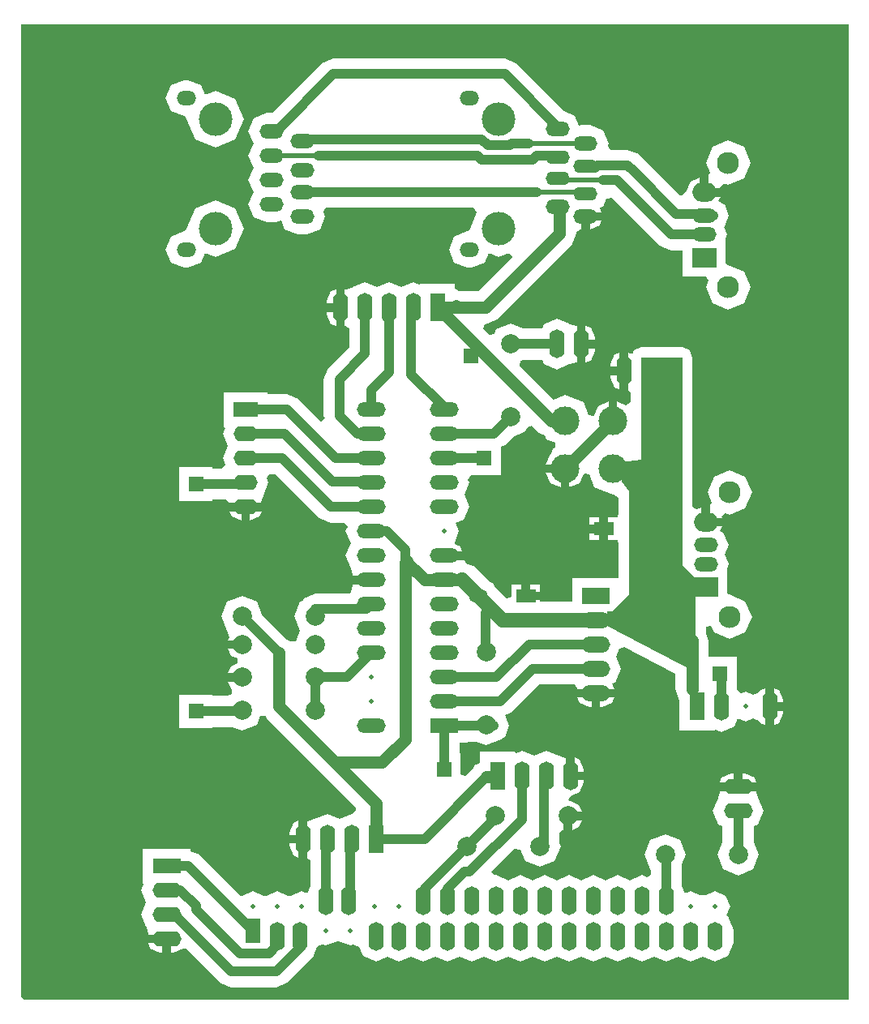
<source format=gbl>
G04 Layer_Physical_Order=2*
G04 Layer_Color=16711680*
%FSLAX44Y44*%
%MOMM*%
G71*
G01*
G75*
%ADD10C,1.0160*%
%ADD11C,0.5080*%
%ADD12C,1.2700*%
%ADD13C,1.5240*%
%ADD14C,0.5000*%
%ADD15O,2.0000X1.3500*%
%ADD16R,2.0000X1.3500*%
%ADD17R,1.6000X3.0000*%
%ADD18O,1.6000X3.0000*%
%ADD19R,1.5000X1.5000*%
%ADD20C,0.5080*%
%ADD21R,3.0000X1.5000*%
%ADD22O,3.0000X1.5000*%
%ADD23C,0.5000*%
%ADD24C,3.0000*%
%ADD25O,3.0000X1.6000*%
%ADD26C,2.0000*%
%ADD27O,1.6000X3.0000*%
%ADD28O,2.5000X1.5240*%
%ADD29O,2.5000X1.4000*%
%ADD30C,3.5000*%
%ADD31O,2.0000X1.5000*%
%ADD32R,3.0000X1.7000*%
%ADD33O,3.0000X1.7000*%
%ADD34R,1.6000X2.5428*%
%ADD35R,3.0000X1.6000*%
%ADD36O,3.0000X1.6000*%
%ADD37O,2.5000X1.5000*%
%ADD38R,2.5000X2.0000*%
%ADD39O,2.5000X2.0000*%
%ADD40C,2.3000*%
%ADD41R,2.5000X1.6000*%
%ADD42O,2.5000X1.6000*%
G36*
X1350010Y255270D02*
X488732D01*
X485140Y258862D01*
X485238Y1273810D01*
X1350010D01*
Y255270D01*
D02*
G37*
%LPC*%
G36*
X775335Y418465D02*
X765622D01*
Y415910D01*
X769769Y405899D01*
X775335Y403593D01*
Y418465D01*
D02*
G37*
G36*
X1105208Y570865D02*
X1090295D01*
Y560611D01*
X1092350D01*
X1102744Y564916D01*
X1105208Y570865D01*
D02*
G37*
G36*
X1271905Y580657D02*
Y565785D01*
X1281618D01*
Y568340D01*
X1277471Y578351D01*
X1271905Y580657D01*
D02*
G37*
G36*
X715645Y765175D02*
X703273D01*
X705579Y759609D01*
X715590Y755462D01*
X715645D01*
Y765175D01*
D02*
G37*
G36*
X633095Y314325D02*
X618223D01*
X620529Y308759D01*
X630540Y304613D01*
X633095D01*
Y314325D01*
D02*
G37*
G36*
X1253756Y473075D02*
X1215124D01*
X1215554Y472036D01*
X1213663Y465897D01*
X1213295Y465006D01*
X1207957Y452120D01*
X1213663Y438343D01*
X1218118Y436498D01*
Y419257D01*
X1212792Y406400D01*
X1219133Y391093D01*
X1234440Y384752D01*
X1249747Y391093D01*
X1256088Y406400D01*
X1250762Y419257D01*
Y436498D01*
X1255217Y438343D01*
X1260923Y452120D01*
X1255715Y464694D01*
X1255585Y465006D01*
X1255585Y465006D01*
X1255217Y465897D01*
X1253373Y472150D01*
X1253756Y473075D01*
D02*
G37*
G36*
X1229995Y491678D02*
X1227440D01*
X1217429Y487531D01*
X1215124Y481965D01*
X1229995D01*
Y491678D01*
D02*
G37*
G36*
X1071121Y442595D02*
X1061085D01*
Y432559D01*
X1068182Y435498D01*
X1071121Y442595D01*
D02*
G37*
G36*
X775335Y442226D02*
X769769Y439921D01*
X765622Y429910D01*
Y427355D01*
X775335D01*
Y442226D01*
D02*
G37*
G36*
X1241440Y491678D02*
X1238885D01*
Y481965D01*
X1253756D01*
X1251451Y487531D01*
X1241440Y491678D01*
D02*
G37*
G36*
X1081405Y570865D02*
X1066492D01*
X1068956Y564916D01*
X1079350Y560611D01*
X1081405D01*
Y570865D01*
D02*
G37*
G36*
X1281618Y556895D02*
X1271905D01*
Y542024D01*
X1277471Y544329D01*
X1281618Y554340D01*
Y556895D01*
D02*
G37*
G36*
X1063625Y508266D02*
Y493395D01*
X1073338D01*
Y495950D01*
X1069191Y505961D01*
X1063625Y508266D01*
D02*
G37*
G36*
X814705Y997216D02*
X809139Y994911D01*
X804992Y984900D01*
Y982345D01*
X814705D01*
Y997216D01*
D02*
G37*
G36*
X990600Y1238063D02*
X811530D01*
X799988Y1233282D01*
X747828Y1181122D01*
X741960D01*
X728474Y1175536D01*
X722888Y1162050D01*
X728149Y1149350D01*
X722888Y1136650D01*
X728149Y1123950D01*
X722888Y1111250D01*
X728149Y1098550D01*
X722888Y1085850D01*
X728474Y1072364D01*
X741960Y1066778D01*
X751720D01*
X757018Y1068973D01*
X760874Y1059664D01*
X774360Y1054078D01*
X784120D01*
X797606Y1059664D01*
X803192Y1073150D01*
X801181Y1078004D01*
X804004Y1082227D01*
X958006D01*
X961401Y1077148D01*
X954484Y1060450D01*
X952541Y1057542D01*
X951250D01*
X937856Y1051994D01*
X932308Y1038600D01*
X937856Y1025206D01*
X951250Y1019658D01*
X956250D01*
X969644Y1025206D01*
X973720Y1035046D01*
X984250Y1030684D01*
X995521Y1035353D01*
X998399Y1031046D01*
X962950Y995597D01*
X942613D01*
X939800Y996762D01*
X938750Y997464D01*
Y1002900D01*
X902750D01*
Y1002900D01*
X901288Y1001923D01*
X895350Y1004383D01*
X882650Y999123D01*
X869950Y1004383D01*
X857250Y999123D01*
X844550Y1004383D01*
X831664Y999045D01*
X830773Y998677D01*
X824634Y996786D01*
X823595Y997216D01*
Y977900D01*
Y958584D01*
X824004Y958753D01*
X828227Y955930D01*
Y936401D01*
X806338Y914512D01*
X801557Y902970D01*
Y864870D01*
X802738Y862019D01*
X798432Y859142D01*
X774812Y882762D01*
X763270Y887542D01*
X742590D01*
Y889220D01*
X697590D01*
Y853220D01*
X697590D01*
X698567Y851758D01*
X696107Y845820D01*
X701367Y833120D01*
X696107Y820420D01*
X698643Y814296D01*
X695821Y810072D01*
X685520D01*
Y811250D01*
X650520D01*
Y776250D01*
X685520D01*
Y777428D01*
X700094D01*
X702341Y774065D01*
X720090D01*
X736907D01*
X736476Y775104D01*
X738367Y781243D01*
X738736Y782134D01*
X744073Y795020D01*
X742063Y799874D01*
X744885Y804098D01*
X751429D01*
X797448Y758078D01*
X808990Y753298D01*
X823646D01*
X826469Y749074D01*
X824458Y744220D01*
X829719Y731520D01*
X824458Y718820D01*
X830006Y705426D01*
X832117Y699053D01*
X831625Y697865D01*
X850900D01*
Y688975D01*
X831625D01*
X832117Y687787D01*
X830006Y681414D01*
X829115Y679262D01*
X792480D01*
X780938Y674482D01*
X779791Y671712D01*
X777173Y670627D01*
X770832Y655320D01*
X776882Y640715D01*
X772363Y629805D01*
X766898Y629734D01*
X766843Y629755D01*
X763575Y631108D01*
X736913Y657771D01*
X731587Y670627D01*
X716280Y676968D01*
X700973Y670627D01*
X694632Y655320D01*
X700973Y640013D01*
X703077Y633642D01*
X701799Y630555D01*
X716280D01*
Y621665D01*
X701799D01*
X704738Y614568D01*
X711628Y611714D01*
Y606216D01*
X704738Y603362D01*
X701799Y596265D01*
X716280D01*
Y587375D01*
X701799D01*
X704738Y580278D01*
X705705Y579878D01*
Y574798D01*
X700973Y572837D01*
X700867Y572583D01*
X685520D01*
Y573760D01*
X650520D01*
Y538760D01*
X685520D01*
Y539938D01*
X706489D01*
X716280Y535882D01*
X731587Y542223D01*
X735345Y551295D01*
X740844D01*
X741866Y548826D01*
X800286Y490406D01*
X800286Y490406D01*
X835055Y455638D01*
X834845Y453125D01*
X830580Y449393D01*
X817880Y444133D01*
X805180Y449393D01*
X792294Y444055D01*
X791403Y443687D01*
X785264Y441796D01*
X784225Y442226D01*
Y422910D01*
Y402661D01*
X787588Y400414D01*
Y373340D01*
X784513Y365918D01*
X778510Y368405D01*
X767412Y363808D01*
X764208Y363808D01*
X753110Y368405D01*
X742012Y363808D01*
X738808Y363808D01*
X727710Y368405D01*
X716612Y363808D01*
X714680Y363424D01*
X671591Y406512D01*
X662540Y410261D01*
Y412970D01*
X612540D01*
Y376970D01*
X612540D01*
X613517Y375508D01*
X611057Y369570D01*
X616317Y356870D01*
X611057Y344170D01*
X616265Y331596D01*
X616394Y331284D01*
X616394Y331284D01*
X616763Y330393D01*
X618607Y324141D01*
X618223Y323215D01*
X637540D01*
Y318770D01*
X641985D01*
Y304613D01*
X644540D01*
X654551Y308759D01*
X657000Y309246D01*
X693308Y272938D01*
X704850Y268158D01*
X751840D01*
X763382Y272938D01*
X790052Y299608D01*
X794382Y310063D01*
X796838Y312002D01*
X800686Y312951D01*
X803910Y311615D01*
X813050Y315401D01*
X816610Y315960D01*
X820170Y315401D01*
X829310Y311615D01*
X832534Y312951D01*
X838964Y310116D01*
X842933Y300533D01*
X856710Y294827D01*
X868410Y299673D01*
X880110Y294827D01*
X892810Y300087D01*
X905510Y294827D01*
X918210Y300087D01*
X930910Y294827D01*
X943610Y300087D01*
X956310Y294827D01*
X969010Y300087D01*
X981710Y294827D01*
X994410Y300087D01*
X1007110Y294827D01*
X1019810Y300087D01*
X1032510Y294827D01*
X1045210Y300087D01*
X1057910Y294827D01*
X1070610Y300087D01*
X1083310Y294827D01*
X1096010Y300087D01*
X1108710Y294827D01*
X1121410Y300087D01*
X1134110Y294827D01*
X1146810Y300087D01*
X1159510Y294827D01*
X1172210Y300087D01*
X1184910Y294827D01*
X1197610Y300087D01*
X1210310Y294827D01*
X1224087Y300533D01*
X1229793Y314310D01*
Y328310D01*
X1224087Y342087D01*
X1221968Y342964D01*
X1226005Y352710D01*
X1221408Y363808D01*
X1210310Y368405D01*
X1201170Y364619D01*
X1197610Y364059D01*
X1194050Y364619D01*
X1184910Y368405D01*
X1178907Y365918D01*
X1175833Y373340D01*
Y396609D01*
X1179888Y406400D01*
X1173547Y421707D01*
X1158240Y428048D01*
X1142933Y421707D01*
X1136592Y406400D01*
X1142933Y391093D01*
X1143187Y390987D01*
Y386005D01*
X1138964Y383183D01*
X1134110Y385193D01*
X1121410Y379933D01*
X1108710Y385193D01*
X1096010Y379933D01*
X1083310Y385193D01*
X1070610Y379933D01*
X1057910Y385193D01*
X1045210Y379933D01*
X1032510Y385193D01*
X1019810Y379933D01*
X1007110Y385193D01*
X994410Y379933D01*
X981710Y385193D01*
X979833Y384416D01*
X976956Y388722D01*
X1001233Y412999D01*
X1007225Y411807D01*
X1012123Y399983D01*
X1027430Y393642D01*
X1042737Y399983D01*
X1049078Y415290D01*
X1047531Y419024D01*
X1047562Y419100D01*
Y429906D01*
X1051786Y432728D01*
X1052195Y432559D01*
Y447040D01*
X1056640D01*
Y451485D01*
X1071121D01*
X1068182Y458582D01*
X1061317Y461425D01*
X1057276Y463099D01*
X1059200Y467801D01*
X1063034Y469389D01*
X1063035Y469389D01*
X1063231Y469470D01*
X1069191Y471939D01*
X1073338Y481950D01*
Y484505D01*
X1059180D01*
Y488950D01*
X1054735D01*
Y508266D01*
X1053696Y507836D01*
X1047557Y509727D01*
X1046666Y510095D01*
X1033780Y515433D01*
X1021080Y510173D01*
X1008380Y515433D01*
X1002442Y512973D01*
X1000980Y513950D01*
Y513950D01*
X964980D01*
Y502656D01*
X959036Y500194D01*
X957662Y496875D01*
X949293Y488507D01*
X944600Y490451D01*
Y512800D01*
X943422D01*
Y523520D01*
X952100D01*
Y524697D01*
X961759D01*
X971550Y520642D01*
X986857Y526983D01*
X987307Y528068D01*
X990712Y529478D01*
X995492Y541020D01*
X990823Y552294D01*
X997062Y554878D01*
X1026571Y584388D01*
X1063839D01*
X1066661Y580164D01*
X1066492Y579755D01*
X1085850D01*
X1105208D01*
X1102996Y585095D01*
X1106509Y586551D01*
X1112374Y600710D01*
X1107114Y613410D01*
X1110598Y621823D01*
X1115371Y623562D01*
X1168483Y595966D01*
Y579120D01*
X1173260Y567587D01*
Y536340D01*
X1209260D01*
Y536340D01*
X1210722Y537317D01*
X1216660Y534857D01*
X1230437Y540563D01*
X1233935Y549011D01*
X1242060Y545645D01*
X1250037Y548949D01*
X1256404Y546851D01*
X1257449Y544329D01*
X1263015Y542024D01*
Y561340D01*
Y580657D01*
X1257449Y578351D01*
X1256404Y575829D01*
X1250037Y573731D01*
X1242060Y577035D01*
X1237767Y575256D01*
X1232982Y578773D01*
Y594360D01*
X1232890Y594583D01*
Y613130D01*
X1203877D01*
Y629920D01*
X1200984Y636904D01*
Y644709D01*
X1206064Y645720D01*
X1209095Y638404D01*
X1225550Y631588D01*
X1242005Y638404D01*
X1248821Y654860D01*
X1242005Y671315D01*
X1225550Y678131D01*
X1223050Y679802D01*
Y705860D01*
X1223050Y705860D01*
X1224492Y709860D01*
X1224250Y710443D01*
X1220350Y719860D01*
X1224492Y729860D01*
X1218944Y743254D01*
X1215560Y744656D01*
X1217531Y749415D01*
X1200550D01*
Y753860D01*
X1196105D01*
Y769377D01*
X1191068Y767290D01*
X1186844Y770113D01*
X1186844Y925830D01*
X1183674Y933484D01*
X1176020Y936654D01*
X1132840D01*
X1125186Y933484D01*
X1123539Y929506D01*
X1119505Y931177D01*
Y911860D01*
Y890690D01*
X1122016Y889012D01*
Y878778D01*
X1116936Y876013D01*
X1108075Y879683D01*
Y859790D01*
X1099185D01*
Y879683D01*
X1088261Y875158D01*
X1084224Y865412D01*
X1083311Y864499D01*
X1078329Y865490D01*
X1072764Y878924D01*
X1053630Y886850D01*
X1041749Y881928D01*
X1006246Y917431D01*
X1007238Y922413D01*
X1009807Y923477D01*
X1029588D01*
X1031433Y919023D01*
X1045210Y913317D01*
X1058096Y918654D01*
X1058987Y919023D01*
X1065126Y920914D01*
X1066165Y920483D01*
Y939800D01*
Y959117D01*
X1065126Y958686D01*
X1058987Y960577D01*
X1058096Y960946D01*
X1045210Y966283D01*
X1031433Y960577D01*
X1029588Y956123D01*
X1009807D01*
X996950Y961448D01*
X981643Y955107D01*
X979563Y950088D01*
X974581Y949097D01*
X968168Y955510D01*
X970112Y960203D01*
X970280D01*
X982794Y965386D01*
X1060264Y1042856D01*
X1061782Y1046521D01*
X1065447Y1055370D01*
Y1056829D01*
X1069671Y1059652D01*
X1070270Y1059404D01*
X1070705D01*
Y1073150D01*
X1075150D01*
Y1077595D01*
X1091935D01*
X1090087Y1082058D01*
X1093661Y1083539D01*
X1096989Y1091572D01*
X1102940Y1092666D01*
X1153048Y1042558D01*
X1153048Y1042558D01*
X1156429Y1041158D01*
X1164590Y1037777D01*
X1164590Y1037777D01*
X1176380D01*
Y1010100D01*
X1200593D01*
X1203416Y1005876D01*
X1200609Y999100D01*
X1207425Y982645D01*
X1223880Y975828D01*
X1240336Y982645D01*
X1247152Y999100D01*
X1240336Y1015555D01*
X1223880Y1022371D01*
X1221380Y1024042D01*
Y1050100D01*
X1221380Y1050100D01*
X1222822Y1054100D01*
X1222580Y1054683D01*
X1219456Y1062225D01*
X1220262Y1062558D01*
X1225042Y1074100D01*
X1220262Y1085642D01*
X1217581Y1086752D01*
X1217274Y1087494D01*
X1213890Y1088896D01*
X1215861Y1093655D01*
X1198880D01*
Y1098100D01*
X1194435D01*
Y1113617D01*
X1184838Y1109642D01*
X1180058Y1098100D01*
X1175894Y1094876D01*
X1173754Y1094689D01*
X1134222Y1134222D01*
X1130492Y1137952D01*
X1118950Y1142732D01*
X1100933D01*
X1098110Y1146956D01*
X1099102Y1149350D01*
X1093516Y1162836D01*
X1080030Y1168422D01*
X1070270D01*
X1068416Y1167654D01*
X1064116Y1178036D01*
X1052630Y1182793D01*
X1002142Y1233282D01*
X990600Y1238063D01*
D02*
G37*
G36*
X814705Y973455D02*
X804992D01*
Y970900D01*
X809139Y960889D01*
X814705Y958584D01*
Y973455D01*
D02*
G37*
G36*
X688340Y1090216D02*
X667292Y1081498D01*
X658574Y1060450D01*
X656631Y1057542D01*
X655340D01*
X641946Y1051994D01*
X636398Y1038600D01*
X641946Y1025206D01*
X655340Y1019658D01*
X660340D01*
X673734Y1025206D01*
X677810Y1035046D01*
X688340Y1030684D01*
X709388Y1039402D01*
X718106Y1060450D01*
X709388Y1081498D01*
X688340Y1090216D01*
D02*
G37*
G36*
X660340Y1215542D02*
X655340D01*
X641946Y1209994D01*
X636398Y1196600D01*
X641946Y1183206D01*
X655340Y1177658D01*
X656631D01*
X658574Y1174750D01*
X667292Y1153702D01*
X688340Y1144984D01*
X709388Y1153702D01*
X718106Y1174750D01*
X709388Y1195798D01*
X688340Y1204516D01*
X677810Y1200154D01*
X673734Y1209994D01*
X660340Y1215542D01*
D02*
G37*
G36*
X1223880Y1152372D02*
X1207425Y1145555D01*
X1200609Y1129100D01*
X1205039Y1118406D01*
X1203325Y1116540D01*
Y1102545D01*
X1215861D01*
X1215308Y1103881D01*
X1219196Y1107769D01*
X1223880Y1105829D01*
X1240336Y1112645D01*
X1247152Y1129100D01*
X1240336Y1145555D01*
X1223880Y1152372D01*
D02*
G37*
G36*
X1091935Y1068705D02*
X1079595D01*
Y1059404D01*
X1080030D01*
X1089750Y1063430D01*
X1091935Y1068705D01*
D02*
G37*
G36*
X1075055Y959117D02*
Y944245D01*
X1084768D01*
Y946800D01*
X1080621Y956811D01*
X1075055Y959117D01*
D02*
G37*
G36*
X1110615Y907415D02*
X1100902D01*
Y904860D01*
X1105049Y894849D01*
X1110615Y892543D01*
Y907415D01*
D02*
G37*
G36*
X1225550Y808131D02*
X1209095Y801315D01*
X1202279Y784860D01*
X1206708Y774165D01*
X1204995Y772300D01*
Y758305D01*
X1217531D01*
X1216978Y759641D01*
X1220866Y763529D01*
X1225550Y761589D01*
X1242005Y768405D01*
X1248821Y784860D01*
X1242005Y801315D01*
X1225550Y808131D01*
D02*
G37*
G36*
X736907Y765175D02*
X724535D01*
Y755462D01*
X724590D01*
X734601Y759609D01*
X736907Y765175D01*
D02*
G37*
G36*
X1110615Y931177D02*
X1105049Y928871D01*
X1100902Y918860D01*
Y916305D01*
X1110615D01*
Y931177D01*
D02*
G37*
G36*
X1084768Y935355D02*
X1075055D01*
Y920483D01*
X1080621Y922789D01*
X1084768Y932800D01*
Y935355D01*
D02*
G37*
%LPD*%
G36*
X1176020Y708950D02*
X1185690Y699280D01*
X1190161Y694809D01*
Y626110D01*
Y596900D01*
X1097280Y645160D01*
Y660400D01*
X1102360D01*
X1120140Y678180D01*
Y786130D01*
X1112520Y796290D01*
Y816610D01*
X1132840Y819150D01*
X1132840Y925830D01*
X1176020D01*
X1176020Y708950D01*
D02*
G37*
G36*
X1026346Y847276D02*
X1032873Y844573D01*
X1034496Y840656D01*
X1043494Y836929D01*
Y831849D01*
X1041116Y830864D01*
X1038855Y825404D01*
X1038261Y825158D01*
X1033737Y814235D01*
X1053630D01*
Y809790D01*
X1058075D01*
Y789897D01*
X1068998Y794421D01*
X1073036Y804168D01*
X1073949Y805081D01*
X1078931Y804090D01*
X1084496Y790656D01*
X1103630Y782730D01*
X1104466Y783076D01*
X1109316Y779587D01*
Y763518D01*
X1108950Y758590D01*
X1104236Y758590D01*
X1098315D01*
Y746760D01*
Y734930D01*
X1104236D01*
X1108950Y734930D01*
X1109316Y730002D01*
Y695410D01*
X1060850D01*
Y670582D01*
X1027740D01*
Y672465D01*
X1012660D01*
Y676910D01*
X1008215D01*
Y688740D01*
X997580D01*
Y676146D01*
X992500Y674042D01*
X980086Y686455D01*
X978730Y689730D01*
X975455Y691086D01*
X959636Y706906D01*
X950370Y710744D01*
X948774Y714375D01*
X927100D01*
Y723265D01*
X946375D01*
X944228Y728448D01*
X938198Y730946D01*
X938198Y733122D01*
X942795Y744220D01*
X939311Y752630D01*
X947994Y756226D01*
X953542Y769620D01*
X948281Y782320D01*
X953542Y795020D01*
X952374Y797840D01*
X955768Y802920D01*
X986510D01*
Y832538D01*
X990712Y834278D01*
X999401Y842967D01*
X1012257Y848293D01*
X1014337Y853312D01*
X1019319Y854304D01*
X1026346Y847276D01*
D02*
G37*
%LPC*%
G36*
X1089425Y758590D02*
X1078790D01*
Y751205D01*
X1089425D01*
Y758590D01*
D02*
G37*
G36*
X1049185Y805345D02*
X1033737D01*
X1038261Y794421D01*
X1049185Y789897D01*
Y805345D01*
D02*
G37*
G36*
X1027740Y688740D02*
X1017105D01*
Y681355D01*
X1027740D01*
Y688740D01*
D02*
G37*
G36*
X1089425Y742315D02*
X1078790D01*
Y734930D01*
X1089425D01*
Y742315D01*
D02*
G37*
%LPD*%
D10*
X751840Y284480D02*
X778510Y311150D01*
X704850Y284480D02*
X751840D01*
X645160Y344170D02*
X704850Y284480D01*
X713740Y303530D02*
X744220D01*
X668020Y349250D02*
X713740Y303530D01*
X668020Y349250D02*
Y353060D01*
X651510Y369570D02*
X668020Y353060D01*
X637540Y369570D02*
X651510D01*
X1031240Y486410D02*
X1033780Y488950D01*
X1031240Y419100D02*
Y486410D01*
X1027430Y415290D02*
X1031240Y419100D01*
X948690Y388620D02*
X953770D01*
X930910Y370840D02*
X948690Y388620D01*
X953770D02*
X1008380Y443230D01*
X930910Y352710D02*
Y370840D01*
X1008380Y443230D02*
Y488950D01*
X1122680Y1122680D02*
X1169670Y1075690D01*
X1121410Y1123950D02*
X1122680Y1122680D01*
X1118950Y1126410D02*
X1121410Y1123950D01*
X1087190Y1126410D02*
X1118950D01*
X1073150Y1123950D02*
X1084731D01*
X1087190Y1126410D01*
X1093470Y1111250D02*
X1107440D01*
X777240Y1098550D02*
X1023620D01*
X1024380Y1136650D02*
X1047750D01*
X1019740Y1132010D02*
X1024380Y1136650D01*
X966546Y1132010D02*
X1019740D01*
X961907Y1136650D02*
X966546Y1132010D01*
X796290Y1136650D02*
X961907D01*
X966836Y1153160D02*
X972826Y1147170D01*
X781050Y1153160D02*
X966836D01*
X777240Y1149350D02*
X781050Y1153160D01*
X997854Y1149350D02*
X1015640D01*
X995674Y1147170D02*
X997854Y1149350D01*
X972826Y1147170D02*
X995674D01*
X792480Y662940D02*
X845820D01*
X927100Y541020D02*
X979170D01*
X1164590Y1054100D02*
X1198880D01*
X1107440Y1111250D02*
X1164590Y1054100D01*
X744220Y303530D02*
X753110Y312420D01*
X970280Y619760D02*
Y659130D01*
X906780Y422910D02*
X971550Y487680D01*
X855980Y422910D02*
X906780D01*
X850900Y744220D02*
X867410D01*
X886460Y711200D02*
Y725170D01*
X867410Y744220D02*
X886460Y725170D01*
X845820Y662940D02*
X850900Y668020D01*
X792480Y655320D02*
Y662940D01*
X825500Y591820D02*
X850900Y617220D01*
X792480Y591820D02*
X825500D01*
X716280Y655320D02*
X754380Y617220D01*
X715010Y556260D02*
X716280Y557530D01*
X668020Y556260D02*
X715010D01*
X668020Y793750D02*
X718820D01*
X720090Y795020D01*
X951230Y415290D02*
X980440Y444500D01*
Y447040D01*
X906780Y370840D02*
X951230Y415290D01*
X905510Y352710D02*
Y368300D01*
X1215390Y595630D02*
X1216660Y594360D01*
Y561340D02*
Y594360D01*
X939800Y977900D02*
Y980440D01*
X927100Y495300D02*
Y541020D01*
X1019810Y600710D02*
X1085850D01*
X985520Y566420D02*
X1019810Y600710D01*
X927100Y566420D02*
X985520D01*
X1016000Y626110D02*
X1085850D01*
X981710Y591820D02*
X1016000Y626110D01*
X927100Y591820D02*
X981710D01*
X1234440Y406400D02*
Y452120D01*
X1159510Y352710D02*
Y405130D01*
X1158240Y406400D02*
X1159510Y405130D01*
X803910Y352710D02*
Y410130D01*
X829310Y352710D02*
Y410130D01*
X828040Y411400D02*
X829310Y410130D01*
X792480Y557530D02*
Y591820D01*
Y626110D02*
X793750Y624840D01*
X751840Y1162050D02*
X811530Y1221740D01*
X990600D01*
X1047750Y1164590D01*
Y1162050D02*
Y1164590D01*
X927100Y845820D02*
X979170D01*
X996950Y863600D01*
Y939800D02*
X1045210D01*
X817880Y864870D02*
X836930Y845820D01*
X850900D01*
Y871220D02*
Y891540D01*
X892810Y908050D02*
Y967740D01*
Y908050D02*
X927100Y873760D01*
Y871220D02*
Y873760D01*
X637540Y394970D02*
X660050D01*
X727710Y327310D01*
X753110Y312420D02*
Y327310D01*
X637540Y344170D02*
X645160D01*
X778510Y311150D02*
Y327310D01*
X1198880Y1074100D02*
X1208720D01*
X1169670Y1075690D02*
X1197290D01*
X1198880Y1074100D01*
X817880Y864870D02*
Y902970D01*
X844550Y929640D01*
X850900Y891540D02*
X869950Y910590D01*
Y965200D01*
X867410Y967740D02*
X869950Y965200D01*
X844550Y929640D02*
Y977900D01*
X720090Y871220D02*
X763270D01*
X814070Y820420D01*
X850900D01*
X849630Y796290D02*
X850900Y795020D01*
X720090Y820420D02*
X758190D01*
X808990Y769620D01*
X850900D01*
X720090Y845820D02*
X760730D01*
X810260Y796290D01*
X849630D01*
X1215390Y562610D02*
X1216660Y561340D01*
X927100Y820420D02*
X969010D01*
D11*
X1047750Y1111250D02*
X1093470D01*
X1023620Y1098550D02*
X1073150D01*
X751840Y1136650D02*
X796290D01*
X1015640Y1149350D02*
X1073150D01*
D12*
X920750Y977900D02*
X1038860Y859790D01*
X1053630Y809790D02*
X1103630Y859790D01*
X1053630Y809790D02*
Y818350D01*
X971550Y487680D02*
X980440D01*
X887730Y712470D02*
X906780Y693420D01*
X887730Y712470D02*
X888365Y713105D01*
X886460Y711200D02*
X887730Y712470D01*
X754380Y561340D02*
Y617220D01*
Y561340D02*
X812800Y502920D01*
X844550Y744220D02*
X850900D01*
X906780Y693420D02*
X927100D01*
X812800Y502920D02*
X855980Y459740D01*
Y422910D02*
Y459740D01*
X1186180Y579120D02*
Y629920D01*
X939800Y977900D02*
X970280D01*
X928370D02*
X939800D01*
X1038860Y859790D02*
X1053630D01*
X1188780Y685860D02*
X1200550D01*
X927100Y693420D02*
X946150D01*
X970280Y977900D02*
X1047750Y1055370D01*
Y1082040D01*
X812800Y502920D02*
X862330D01*
X886460Y527050D01*
Y711200D01*
D13*
X962660Y676910D02*
X988060Y651510D01*
X946150Y693420D02*
X962660Y676910D01*
X988060Y651510D02*
X1085850D01*
D14*
X802640Y411400D02*
X803910Y410130D01*
D15*
X1143870Y746760D02*
D03*
X962660Y676910D02*
D03*
D16*
X1093870Y746760D02*
D03*
X1012660Y676910D02*
D03*
D17*
X982980Y488950D02*
D03*
X1191260Y561340D02*
D03*
X855980Y422910D02*
D03*
X920750Y977900D02*
D03*
D18*
X1008380Y488950D02*
D03*
X1033780D02*
D03*
X1059180D02*
D03*
X1216660Y561340D02*
D03*
X1267460D02*
D03*
X1115060Y911860D02*
D03*
X830580Y422910D02*
D03*
X805180D02*
D03*
X779780D02*
D03*
X895350Y977900D02*
D03*
X869950D02*
D03*
X844550D02*
D03*
X819150D02*
D03*
X753110Y321310D02*
D03*
X776510D02*
D03*
X803910Y358710D02*
D03*
X827310D02*
D03*
X856710Y321310D02*
D03*
X880110D02*
D03*
X905510D02*
D03*
Y358710D02*
D03*
X930910Y321310D02*
D03*
Y358710D02*
D03*
X956310Y321310D02*
D03*
Y358710D02*
D03*
X981710Y321310D02*
D03*
Y358710D02*
D03*
X1007110Y321310D02*
D03*
Y358710D02*
D03*
X1032510Y321310D02*
D03*
Y358710D02*
D03*
X1057910Y321310D02*
D03*
Y358710D02*
D03*
X1083310Y321310D02*
D03*
Y358710D02*
D03*
X1108710Y321310D02*
D03*
Y358710D02*
D03*
X1134110Y321310D02*
D03*
Y358710D02*
D03*
X1159510Y321310D02*
D03*
Y358710D02*
D03*
X1184910Y321310D02*
D03*
X1210310D02*
D03*
D19*
X1215390Y595630D02*
D03*
X668020Y556260D02*
D03*
X955040Y927100D02*
D03*
X927100Y495300D02*
D03*
X1140460Y911860D02*
D03*
X668020Y793750D02*
D03*
X969010Y820420D02*
D03*
D20*
X1242060Y561340D02*
D03*
D21*
X927100Y541020D02*
D03*
D22*
Y566420D02*
D03*
Y591820D02*
D03*
Y617220D02*
D03*
Y642620D02*
D03*
Y668020D02*
D03*
Y693420D02*
D03*
Y718820D02*
D03*
Y769620D02*
D03*
Y795020D02*
D03*
Y820420D02*
D03*
Y845820D02*
D03*
Y871220D02*
D03*
X850900Y541020D02*
D03*
Y617220D02*
D03*
Y642620D02*
D03*
Y668020D02*
D03*
Y693420D02*
D03*
Y718820D02*
D03*
Y744220D02*
D03*
Y769620D02*
D03*
Y795020D02*
D03*
Y820420D02*
D03*
Y845820D02*
D03*
Y871220D02*
D03*
D23*
X927100Y744220D02*
D03*
X850900Y566420D02*
D03*
Y591820D02*
D03*
X727710Y352710D02*
D03*
X753110D02*
D03*
X778510D02*
D03*
X803910Y327310D02*
D03*
X829310D02*
D03*
X854710Y352710D02*
D03*
X880110D02*
D03*
X1184910D02*
D03*
X1210310D02*
D03*
D24*
X1103630Y859790D02*
D03*
Y809790D02*
D03*
X1053630Y859790D02*
D03*
Y809790D02*
D03*
D25*
X1234440Y477520D02*
D03*
Y452120D02*
D03*
D26*
X1056640Y447040D02*
D03*
X980440D02*
D03*
X1027430Y415290D02*
D03*
X951230D02*
D03*
X792480Y557530D02*
D03*
X716280D02*
D03*
Y591820D02*
D03*
X792480D02*
D03*
X716280Y626110D02*
D03*
X792480D02*
D03*
X1234440Y406400D02*
D03*
X1158240D02*
D03*
X996950Y939800D02*
D03*
Y863600D02*
D03*
X792480Y655320D02*
D03*
X716280D02*
D03*
X971550Y542290D02*
D03*
Y618490D02*
D03*
D27*
X1070610Y939800D02*
D03*
X1045210D02*
D03*
D28*
X1075150Y1149350D02*
D03*
Y1073150D02*
D03*
X1045750Y1164550D02*
D03*
Y1083350D02*
D03*
X779240Y1151890D02*
D03*
Y1121410D02*
D03*
Y1098550D02*
D03*
Y1073150D02*
D03*
X746840Y1162050D02*
D03*
Y1085850D02*
D03*
Y1136650D02*
D03*
Y1111250D02*
D03*
D29*
X1075150Y1125950D02*
D03*
Y1096550D02*
D03*
X1045750Y1134650D02*
D03*
Y1113250D02*
D03*
D30*
X984250Y1174750D02*
D03*
Y1060450D02*
D03*
X688340Y1174750D02*
D03*
Y1060450D02*
D03*
D31*
X953750Y1196600D02*
D03*
Y1038600D02*
D03*
X657840Y1196600D02*
D03*
Y1038600D02*
D03*
D32*
X1085850Y676910D02*
D03*
D33*
Y651510D02*
D03*
Y626110D02*
D03*
Y600710D02*
D03*
Y575310D02*
D03*
D34*
X727710Y327310D02*
D03*
D35*
X637540Y394970D02*
D03*
D36*
Y369570D02*
D03*
Y344170D02*
D03*
Y318770D02*
D03*
D37*
X1198880Y1074100D02*
D03*
Y1054100D02*
D03*
X1200550Y729860D02*
D03*
Y709860D02*
D03*
D38*
X1198880Y1030100D02*
D03*
X1200550Y685860D02*
D03*
D39*
X1198880Y1098100D02*
D03*
X1200550Y753860D02*
D03*
D40*
X1223880Y999100D02*
D03*
Y1129100D02*
D03*
X1225550Y654860D02*
D03*
Y784860D02*
D03*
D41*
X720090Y871220D02*
D03*
D42*
Y845820D02*
D03*
Y820420D02*
D03*
Y795020D02*
D03*
Y769620D02*
D03*
M02*

</source>
